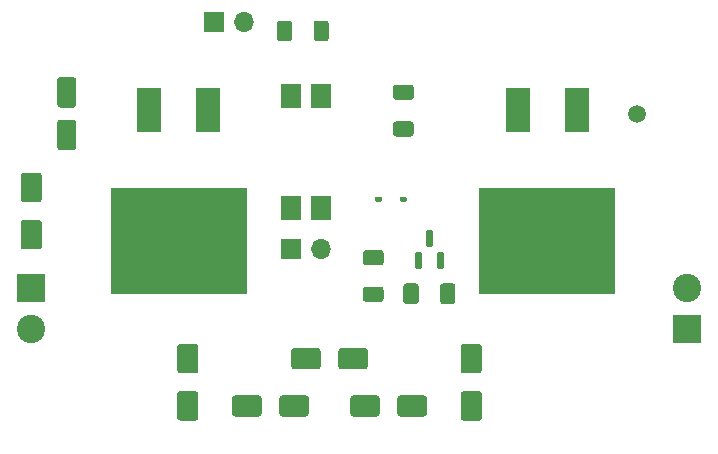
<source format=gbr>
G04 #@! TF.GenerationSoftware,KiCad,Pcbnew,7.0.5.1-1-g8f565ef7f0-dirty-deb11*
G04 #@! TF.CreationDate,2023-08-04T11:26:00+00:00*
G04 #@! TF.ProjectId,AbcStop,41626353-746f-4702-9e6b-696361645f70,0.0.2*
G04 #@! TF.SameCoordinates,Original*
G04 #@! TF.FileFunction,Soldermask,Top*
G04 #@! TF.FilePolarity,Negative*
%FSLAX46Y46*%
G04 Gerber Fmt 4.6, Leading zero omitted, Abs format (unit mm)*
G04 Created by KiCad (PCBNEW 7.0.5.1-1-g8f565ef7f0-dirty-deb11) date 2023-08-04 11:26:00*
%MOMM*%
%LPD*%
G01*
G04 APERTURE LIST*
%ADD10R,1.998980X3.799840*%
%ADD11R,11.501120X8.999220*%
%ADD12R,1.780000X2.000000*%
%ADD13R,1.700000X1.700000*%
%ADD14O,1.700000X1.700000*%
%ADD15C,1.500000*%
%ADD16R,2.400000X2.400000*%
%ADD17C,2.400000*%
G04 APERTURE END LIST*
G36*
G01*
X62350000Y-50250000D02*
X63650000Y-50250000D01*
G75*
G02*
X63900000Y-50500000I0J-250000D01*
G01*
X63900000Y-52500000D01*
G75*
G02*
X63650000Y-52750000I-250000J0D01*
G01*
X62350000Y-52750000D01*
G75*
G02*
X62100000Y-52500000I0J250000D01*
G01*
X62100000Y-50500000D01*
G75*
G02*
X62350000Y-50250000I250000J0D01*
G01*
G37*
G36*
G01*
X62350000Y-54250000D02*
X63650000Y-54250000D01*
G75*
G02*
X63900000Y-54500000I0J-250000D01*
G01*
X63900000Y-56500000D01*
G75*
G02*
X63650000Y-56750000I-250000J0D01*
G01*
X62350000Y-56750000D01*
G75*
G02*
X62100000Y-56500000I0J250000D01*
G01*
X62100000Y-54500000D01*
G75*
G02*
X62350000Y-54250000I250000J0D01*
G01*
G37*
G36*
G01*
X94500000Y-61125000D02*
X94500000Y-59875000D01*
G75*
G02*
X94750000Y-59625000I250000J0D01*
G01*
X95550000Y-59625000D01*
G75*
G02*
X95800000Y-59875000I0J-250000D01*
G01*
X95800000Y-61125000D01*
G75*
G02*
X95550000Y-61375000I-250000J0D01*
G01*
X94750000Y-61375000D01*
G75*
G02*
X94500000Y-61125000I0J250000D01*
G01*
G37*
G36*
G01*
X97600000Y-61125000D02*
X97600000Y-59875000D01*
G75*
G02*
X97850000Y-59625000I250000J0D01*
G01*
X98650000Y-59625000D01*
G75*
G02*
X98900000Y-59875000I0J-250000D01*
G01*
X98900000Y-61125000D01*
G75*
G02*
X98650000Y-61375000I-250000J0D01*
G01*
X97850000Y-61375000D01*
G75*
G02*
X97600000Y-61125000I0J250000D01*
G01*
G37*
D10*
X77999360Y-44950100D03*
D11*
X75500000Y-56049900D03*
D10*
X73000640Y-44950100D03*
G36*
G01*
X75600000Y-64750000D02*
X76900000Y-64750000D01*
G75*
G02*
X77150000Y-65000000I0J-250000D01*
G01*
X77150000Y-67000000D01*
G75*
G02*
X76900000Y-67250000I-250000J0D01*
G01*
X75600000Y-67250000D01*
G75*
G02*
X75350000Y-67000000I0J250000D01*
G01*
X75350000Y-65000000D01*
G75*
G02*
X75600000Y-64750000I250000J0D01*
G01*
G37*
G36*
G01*
X75600000Y-68750000D02*
X76900000Y-68750000D01*
G75*
G02*
X77150000Y-69000000I0J-250000D01*
G01*
X77150000Y-71000000D01*
G75*
G02*
X76900000Y-71250000I-250000J0D01*
G01*
X75600000Y-71250000D01*
G75*
G02*
X75350000Y-71000000I0J250000D01*
G01*
X75350000Y-69000000D01*
G75*
G02*
X75600000Y-68750000I250000J0D01*
G01*
G37*
D12*
X87520000Y-43735000D03*
X84980000Y-43735000D03*
X84980000Y-53265000D03*
X87520000Y-53265000D03*
D13*
X84975000Y-56750000D03*
D14*
X87515000Y-56750000D03*
D13*
X78475000Y-37500000D03*
D14*
X81015000Y-37500000D03*
G36*
G01*
X95900000Y-58425000D02*
X95600000Y-58425000D01*
G75*
G02*
X95450000Y-58275000I0J150000D01*
G01*
X95450000Y-57100000D01*
G75*
G02*
X95600000Y-56950000I150000J0D01*
G01*
X95900000Y-56950000D01*
G75*
G02*
X96050000Y-57100000I0J-150000D01*
G01*
X96050000Y-58275000D01*
G75*
G02*
X95900000Y-58425000I-150000J0D01*
G01*
G37*
G36*
G01*
X97800000Y-58425000D02*
X97500000Y-58425000D01*
G75*
G02*
X97350000Y-58275000I0J150000D01*
G01*
X97350000Y-57100000D01*
G75*
G02*
X97500000Y-56950000I150000J0D01*
G01*
X97800000Y-56950000D01*
G75*
G02*
X97950000Y-57100000I0J-150000D01*
G01*
X97950000Y-58275000D01*
G75*
G02*
X97800000Y-58425000I-150000J0D01*
G01*
G37*
G36*
G01*
X96850000Y-56550000D02*
X96550000Y-56550000D01*
G75*
G02*
X96400000Y-56400000I0J150000D01*
G01*
X96400000Y-55225000D01*
G75*
G02*
X96550000Y-55075000I150000J0D01*
G01*
X96850000Y-55075000D01*
G75*
G02*
X97000000Y-55225000I0J-150000D01*
G01*
X97000000Y-56400000D01*
G75*
G02*
X96850000Y-56550000I-150000J0D01*
G01*
G37*
G36*
G01*
X88200000Y-37625000D02*
X88200000Y-38875000D01*
G75*
G02*
X87950000Y-39125000I-250000J0D01*
G01*
X87150000Y-39125000D01*
G75*
G02*
X86900000Y-38875000I0J250000D01*
G01*
X86900000Y-37625000D01*
G75*
G02*
X87150000Y-37375000I250000J0D01*
G01*
X87950000Y-37375000D01*
G75*
G02*
X88200000Y-37625000I0J-250000D01*
G01*
G37*
G36*
G01*
X85100000Y-37625000D02*
X85100000Y-38875000D01*
G75*
G02*
X84850000Y-39125000I-250000J0D01*
G01*
X84050000Y-39125000D01*
G75*
G02*
X83800000Y-38875000I0J250000D01*
G01*
X83800000Y-37625000D01*
G75*
G02*
X84050000Y-37375000I250000J0D01*
G01*
X84850000Y-37375000D01*
G75*
G02*
X85100000Y-37625000I0J-250000D01*
G01*
G37*
G36*
G01*
X80000000Y-70650000D02*
X80000000Y-69350000D01*
G75*
G02*
X80250000Y-69100000I250000J0D01*
G01*
X82250000Y-69100000D01*
G75*
G02*
X82500000Y-69350000I0J-250000D01*
G01*
X82500000Y-70650000D01*
G75*
G02*
X82250000Y-70900000I-250000J0D01*
G01*
X80250000Y-70900000D01*
G75*
G02*
X80000000Y-70650000I0J250000D01*
G01*
G37*
G36*
G01*
X84000000Y-70650000D02*
X84000000Y-69350000D01*
G75*
G02*
X84250000Y-69100000I250000J0D01*
G01*
X86250000Y-69100000D01*
G75*
G02*
X86500000Y-69350000I0J-250000D01*
G01*
X86500000Y-70650000D01*
G75*
G02*
X86250000Y-70900000I-250000J0D01*
G01*
X84250000Y-70900000D01*
G75*
G02*
X84000000Y-70650000I0J250000D01*
G01*
G37*
G36*
G01*
X92575000Y-61200000D02*
X91325000Y-61200000D01*
G75*
G02*
X91075000Y-60950000I0J250000D01*
G01*
X91075000Y-60150000D01*
G75*
G02*
X91325000Y-59900000I250000J0D01*
G01*
X92575000Y-59900000D01*
G75*
G02*
X92825000Y-60150000I0J-250000D01*
G01*
X92825000Y-60950000D01*
G75*
G02*
X92575000Y-61200000I-250000J0D01*
G01*
G37*
G36*
G01*
X92575000Y-58100000D02*
X91325000Y-58100000D01*
G75*
G02*
X91075000Y-57850000I0J250000D01*
G01*
X91075000Y-57050000D01*
G75*
G02*
X91325000Y-56800000I250000J0D01*
G01*
X92575000Y-56800000D01*
G75*
G02*
X92825000Y-57050000I0J-250000D01*
G01*
X92825000Y-57850000D01*
G75*
G02*
X92575000Y-58100000I-250000J0D01*
G01*
G37*
G36*
G01*
X91500000Y-65350000D02*
X91500000Y-66650000D01*
G75*
G02*
X91250000Y-66900000I-250000J0D01*
G01*
X89250000Y-66900000D01*
G75*
G02*
X89000000Y-66650000I0J250000D01*
G01*
X89000000Y-65350000D01*
G75*
G02*
X89250000Y-65100000I250000J0D01*
G01*
X91250000Y-65100000D01*
G75*
G02*
X91500000Y-65350000I0J-250000D01*
G01*
G37*
G36*
G01*
X87500000Y-65350000D02*
X87500000Y-66650000D01*
G75*
G02*
X87250000Y-66900000I-250000J0D01*
G01*
X85250000Y-66900000D01*
G75*
G02*
X85000000Y-66650000I0J250000D01*
G01*
X85000000Y-65350000D01*
G75*
G02*
X85250000Y-65100000I250000J0D01*
G01*
X87250000Y-65100000D01*
G75*
G02*
X87500000Y-65350000I0J-250000D01*
G01*
G37*
D15*
X114250000Y-45250000D03*
D16*
X63000000Y-60000000D03*
D17*
X63000000Y-63500000D03*
D16*
X118550000Y-63500000D03*
D17*
X118550000Y-60000000D03*
G36*
G01*
X95125000Y-47200000D02*
X93875000Y-47200000D01*
G75*
G02*
X93625000Y-46950000I0J250000D01*
G01*
X93625000Y-46150000D01*
G75*
G02*
X93875000Y-45900000I250000J0D01*
G01*
X95125000Y-45900000D01*
G75*
G02*
X95375000Y-46150000I0J-250000D01*
G01*
X95375000Y-46950000D01*
G75*
G02*
X95125000Y-47200000I-250000J0D01*
G01*
G37*
G36*
G01*
X95125000Y-44100000D02*
X93875000Y-44100000D01*
G75*
G02*
X93625000Y-43850000I0J250000D01*
G01*
X93625000Y-43050000D01*
G75*
G02*
X93875000Y-42800000I250000J0D01*
G01*
X95125000Y-42800000D01*
G75*
G02*
X95375000Y-43050000I0J-250000D01*
G01*
X95375000Y-43850000D01*
G75*
G02*
X95125000Y-44100000I-250000J0D01*
G01*
G37*
D10*
X109199460Y-44950100D03*
D11*
X106700100Y-56049900D03*
D10*
X104200740Y-44950100D03*
G36*
G01*
X65450000Y-42150000D02*
X66550000Y-42150000D01*
G75*
G02*
X66800000Y-42400000I0J-250000D01*
G01*
X66800000Y-44500000D01*
G75*
G02*
X66550000Y-44750000I-250000J0D01*
G01*
X65450000Y-44750000D01*
G75*
G02*
X65200000Y-44500000I0J250000D01*
G01*
X65200000Y-42400000D01*
G75*
G02*
X65450000Y-42150000I250000J0D01*
G01*
G37*
G36*
G01*
X65450000Y-45750000D02*
X66550000Y-45750000D01*
G75*
G02*
X66800000Y-46000000I0J-250000D01*
G01*
X66800000Y-48100000D01*
G75*
G02*
X66550000Y-48350000I-250000J0D01*
G01*
X65450000Y-48350000D01*
G75*
G02*
X65200000Y-48100000I0J250000D01*
G01*
X65200000Y-46000000D01*
G75*
G02*
X65450000Y-45750000I250000J0D01*
G01*
G37*
G36*
G01*
X100900000Y-71250000D02*
X99600000Y-71250000D01*
G75*
G02*
X99350000Y-71000000I0J250000D01*
G01*
X99350000Y-69000000D01*
G75*
G02*
X99600000Y-68750000I250000J0D01*
G01*
X100900000Y-68750000D01*
G75*
G02*
X101150000Y-69000000I0J-250000D01*
G01*
X101150000Y-71000000D01*
G75*
G02*
X100900000Y-71250000I-250000J0D01*
G01*
G37*
G36*
G01*
X100900000Y-67250000D02*
X99600000Y-67250000D01*
G75*
G02*
X99350000Y-67000000I0J250000D01*
G01*
X99350000Y-65000000D01*
G75*
G02*
X99600000Y-64750000I250000J0D01*
G01*
X100900000Y-64750000D01*
G75*
G02*
X101150000Y-65000000I0J-250000D01*
G01*
X101150000Y-67000000D01*
G75*
G02*
X100900000Y-67250000I-250000J0D01*
G01*
G37*
G36*
G01*
X92100000Y-52612500D02*
X92100000Y-52387500D01*
G75*
G02*
X92212500Y-52275000I112500J0D01*
G01*
X92587500Y-52275000D01*
G75*
G02*
X92700000Y-52387500I0J-112500D01*
G01*
X92700000Y-52612500D01*
G75*
G02*
X92587500Y-52725000I-112500J0D01*
G01*
X92212500Y-52725000D01*
G75*
G02*
X92100000Y-52612500I0J112500D01*
G01*
G37*
G36*
G01*
X94200000Y-52612500D02*
X94200000Y-52387500D01*
G75*
G02*
X94312500Y-52275000I112500J0D01*
G01*
X94687500Y-52275000D01*
G75*
G02*
X94800000Y-52387500I0J-112500D01*
G01*
X94800000Y-52612500D01*
G75*
G02*
X94687500Y-52725000I-112500J0D01*
G01*
X94312500Y-52725000D01*
G75*
G02*
X94200000Y-52612500I0J112500D01*
G01*
G37*
G36*
G01*
X90000000Y-70650000D02*
X90000000Y-69350000D01*
G75*
G02*
X90250000Y-69100000I250000J0D01*
G01*
X92250000Y-69100000D01*
G75*
G02*
X92500000Y-69350000I0J-250000D01*
G01*
X92500000Y-70650000D01*
G75*
G02*
X92250000Y-70900000I-250000J0D01*
G01*
X90250000Y-70900000D01*
G75*
G02*
X90000000Y-70650000I0J250000D01*
G01*
G37*
G36*
G01*
X94000000Y-70650000D02*
X94000000Y-69350000D01*
G75*
G02*
X94250000Y-69100000I250000J0D01*
G01*
X96250000Y-69100000D01*
G75*
G02*
X96500000Y-69350000I0J-250000D01*
G01*
X96500000Y-70650000D01*
G75*
G02*
X96250000Y-70900000I-250000J0D01*
G01*
X94250000Y-70900000D01*
G75*
G02*
X94000000Y-70650000I0J250000D01*
G01*
G37*
M02*

</source>
